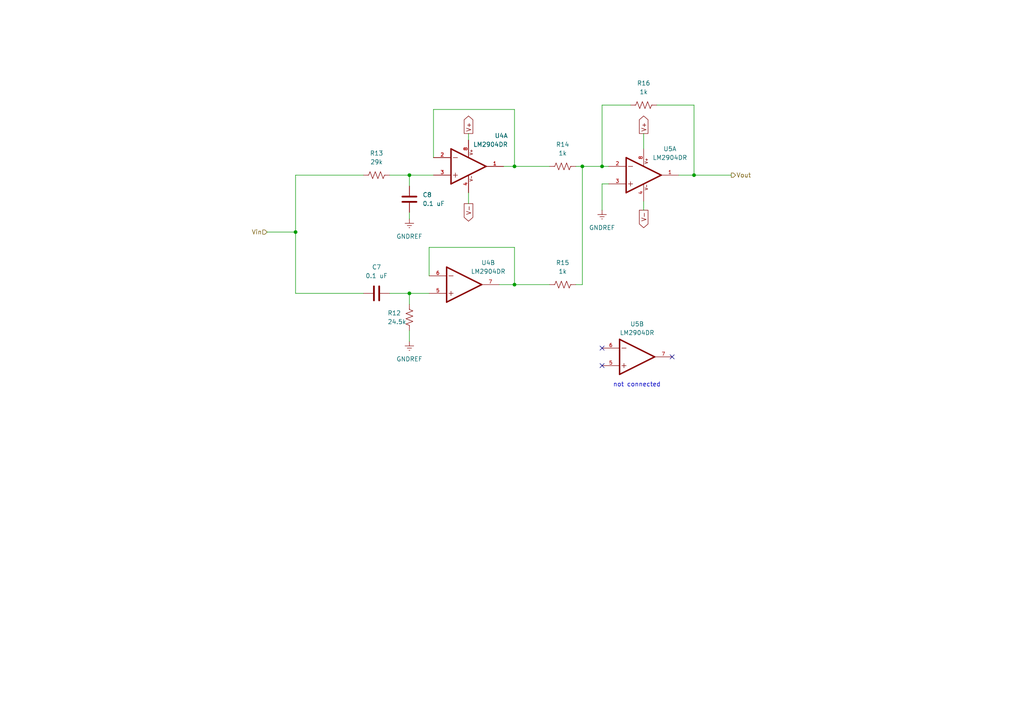
<source format=kicad_sch>
(kicad_sch (version 20230121) (generator eeschema)
  (paper "A4")
  (lib_symbols
    (symbol "Device:C" (pin_numbers hide) (pin_names (offset 0.254))
      (property "Reference" "C" (at 0.635 2.54 0))
      (property "Value" "C" (at 0.635 -2.54 0))
      (symbol "C_0_1"
        (polyline (pts (xy -2.032 -0.762) (xy 2.032 -0.762)) (stroke (width 0.508)))
        (polyline (pts (xy -2.032 0.762) (xy 2.032 0.762)) (stroke (width 0.508)))
      )
      (symbol "C_1_1"
        (pin passive line (at 0 3.81 270) (length 2.794) (name "~") (number "1"))
        (pin passive line (at 0 -3.81 90) (length 2.794) (name "~") (number "2"))
      )
    )
    (symbol "Device:R_US" (pin_numbers hide) (pin_names (offset 0))
      (property "Reference" "R" (at 2.54 0 90))
      (property "Value" "R_US" (at -2.54 0 90))
      (symbol "R_US_0_1"
        (polyline (pts (xy 0 -2.286) (xy 0 -2.54)))
        (polyline (pts (xy 0 2.286) (xy 0 2.54)))
        (polyline (pts (xy 0 -0.762) (xy 1.016 -1.143) (xy 0 -1.524) (xy -1.016 -1.905) (xy 0 -2.286)))
        (polyline (pts (xy 0 0.762) (xy 1.016 0.381) (xy 0 0) (xy -1.016 -0.381) (xy 0 -0.762)))
        (polyline (pts (xy 0 2.286) (xy 1.016 1.905) (xy 0 1.524) (xy -1.016 1.143) (xy 0 0.762)))
      )
      (symbol "R_US_1_1"
        (pin passive line (at 0 3.81 270) (length 1.27) (name "~") (number "1"))
        (pin passive line (at 0 -3.81 90) (length 1.27) (name "~") (number "2"))
      )
    )
    (symbol "Digikey2:LM2904DR" (pin_names (offset 1.016))
      (property "Reference" "U" (at 2.54 3.175 0))
      (property "Value" "LM2904DR" (at 2.54 -5.08 0))
      (symbol "LM2904DR_1_0"
        (polyline (pts (xy -5.08 -5.08) (xy 5.08 0)) (stroke (width 0.4064)))
        (polyline (pts (xy -5.08 5.08) (xy -5.08 -5.08)) (stroke (width 0.4064)))
        (polyline (pts (xy -4.445 -2.54) (xy -3.175 -2.54)) (stroke (width 0.1524)))
        (polyline (pts (xy -4.445 2.54) (xy -3.175 2.54)) (stroke (width 0.1524)))
        (polyline (pts (xy -3.81 -1.905) (xy -3.81 -3.175)) (stroke (width 0.1524)))
        (polyline (pts (xy 5.08 0) (xy -5.08 5.08)) (stroke (width 0.4064)))
        (text "V+" (at 1.27 3.175 900) (effects (font (size 0.8128 0.8128)) (justify left bottom)))
        (text "V-" (at 1.27 -4.445 900) (effects (font (size 0.8128 0.8128)) (justify left bottom)))
        (pin output line (at 10.16 0 180) (length 5.08) (name "~") (number "1"))
        (pin input line (at -10.16 2.54 0) (length 5.08) (name "~") (number "2"))
        (pin input line (at -10.16 -2.54 0) (length 5.08) (name "~") (number "3"))
        (pin power_in line (at 0 -7.62 90) (length 5.08) (name "~") (number "4"))
        (pin power_in line (at 0 7.62 270) (length 5.08) (name "~") (number "8"))
      )
      (symbol "LM2904DR_2_0"
        (polyline (pts (xy -5.08 -5.08) (xy 5.08 0)) (stroke (width 0.4064)))
        (polyline (pts (xy -5.08 5.08) (xy -5.08 -5.08)) (stroke (width 0.4064)))
        (polyline (pts (xy -4.445 -2.54) (xy -3.175 -2.54)) (stroke (width 0.1524)))
        (polyline (pts (xy -4.445 2.54) (xy -3.175 2.54)) (stroke (width 0.1524)))
        (polyline (pts (xy -3.81 -1.905) (xy -3.81 -3.175)) (stroke (width 0.1524)))
        (polyline (pts (xy 5.08 0) (xy -5.08 5.08)) (stroke (width 0.4064)))
        (pin input line (at -10.16 -2.54 0) (length 5.08) (name "~") (number "5"))
        (pin input line (at -10.16 2.54 0) (length 5.08) (name "~") (number "6"))
        (pin output line (at 10.16 0 180) (length 5.08) (name "~") (number "7"))
      )
    )
    (symbol "LM2904DR:LM2904DR" (pin_names (offset 1.016))
      (property "Reference" "U" (at 2.54 3.175 0))
      (property "Value" "LM2904DR" (at 2.54 -5.08 0))
      (symbol "LM2904DR_1_0"
        (polyline (pts (xy -5.08 -5.08) (xy 5.08 0)) (stroke (width 0.4064)))
        (polyline (pts (xy -5.08 5.08) (xy -5.08 -5.08)) (stroke (width 0.4064)))
        (polyline (pts (xy -4.445 -2.54) (xy -3.175 -2.54)) (stroke (width 0.1524)))
        (polyline (pts (xy -4.445 2.54) (xy -3.175 2.54)) (stroke (width 0.1524)))
        (polyline (pts (xy -3.81 -1.905) (xy -3.81 -3.175)) (stroke (width 0.1524)))
        (polyline (pts (xy 5.08 0) (xy -5.08 5.08)) (stroke (width 0.4064)))
        (text "V+" (at 1.27 3.175 900) (effects (font (size 0.8128 0.8128)) (justify left bottom)))
        (text "V-" (at 1.27 -4.445 900) (effects (font (size 0.8128 0.8128)) (justify left bottom)))
        (pin output line (at 10.16 0 180) (length 5.08) (name "~") (number "1"))
        (pin input line (at -10.16 2.54 0) (length 5.08) (name "~") (number "2"))
        (pin input line (at -10.16 -2.54 0) (length 5.08) (name "~") (number "3"))
        (pin power_in line (at 0 -7.62 90) (length 5.08) (name "~") (number "4"))
        (pin power_in line (at 0 7.62 270) (length 5.08) (name "~") (number "8"))
      )
      (symbol "LM2904DR_2_0"
        (polyline (pts (xy -5.08 -5.08) (xy 5.08 0)) (stroke (width 0.4064)))
        (polyline (pts (xy -5.08 5.08) (xy -5.08 -5.08)) (stroke (width 0.4064)))
        (polyline (pts (xy -4.445 -2.54) (xy -3.175 -2.54)) (stroke (width 0.1524)))
        (polyline (pts (xy -4.445 2.54) (xy -3.175 2.54)) (stroke (width 0.1524)))
        (polyline (pts (xy -3.81 -1.905) (xy -3.81 -3.175)) (stroke (width 0.1524)))
        (polyline (pts (xy 5.08 0) (xy -5.08 5.08)) (stroke (width 0.4064)))
        (pin input line (at -10.16 -2.54 0) (length 5.08) (name "~") (number "5"))
        (pin input line (at -10.16 2.54 0) (length 5.08) (name "~") (number "6"))
        (pin output line (at 10.16 0 180) (length 5.08) (name "~") (number "7"))
      )
    )
    (symbol "power:GNDREF" (power) (pin_names (offset 0))
      (property "Value" "GNDREF" (at 0 -3.81 0))
      (symbol "GNDREF_0_1"
        (polyline (pts (xy -0.635 -1.905) (xy 0.635 -1.905)))
        (polyline (pts (xy -0.127 -2.54) (xy 0.127 -2.54)))
        (polyline (pts (xy 0 -1.27) (xy 0 0)))
        (polyline (pts (xy 1.27 -1.27) (xy -1.27 -1.27)))
      )
      (symbol "GNDREF_1_1"
        (pin power_in line (at 0 0 270) (length 0) hide (name "GNDREF") (number "1"))
      )
    )
  )
  (junction (at 118.745 50.8))
  (junction (at 168.91 48.26))
  (junction (at 149.225 82.55))
  (junction (at 85.725 67.31))
  (junction (at 174.625 48.26))
  (junction (at 149.225 48.26))
  (junction (at 201.295 50.8))
  (junction (at 118.745 85.09))
  (no_connect (at 174.625 100.965))
  (no_connect (at 174.625 106.045))
  (no_connect (at 194.945 103.505))
  (wire (pts (xy 196.85 50.8) (xy 201.295 50.8)))
  (wire (pts (xy 85.725 85.09) (xy 85.725 67.31)))
  (wire (pts (xy 105.41 85.09) (xy 85.725 85.09)))
  (wire (pts (xy 135.89 55.88) (xy 135.89 59.055)))
  (wire (pts (xy 149.225 48.26) (xy 146.05 48.26)))
  (wire (pts (xy 118.745 95.885) (xy 118.745 99.06)))
  (wire (pts (xy 118.745 85.09) (xy 118.745 88.265)))
  (wire (pts (xy 174.625 53.34) (xy 176.53 53.34)))
  (wire (pts (xy 118.745 85.09) (xy 124.46 85.09)))
  (wire (pts (xy 149.225 48.26) (xy 159.385 48.26)))
  (wire (pts (xy 85.725 50.8) (xy 105.41 50.8)))
  (wire (pts (xy 149.225 31.75) (xy 125.73 31.75)))
  (wire (pts (xy 85.725 67.31) (xy 85.725 50.8)))
  (wire (pts (xy 186.69 58.42) (xy 186.69 60.96)))
  (wire (pts (xy 168.91 48.26) (xy 174.625 48.26)))
  (wire (pts (xy 149.225 82.55) (xy 149.225 71.755)))
  (wire (pts (xy 118.745 61.595) (xy 118.745 63.5)))
  (wire (pts (xy 149.225 82.55) (xy 159.385 82.55)))
  (wire (pts (xy 168.91 82.55) (xy 168.91 48.26)))
  (wire (pts (xy 182.88 30.48) (xy 174.625 30.48)))
  (wire (pts (xy 201.295 30.48) (xy 201.295 50.8)))
  (wire (pts (xy 135.89 38.735) (xy 135.89 40.64)))
  (wire (pts (xy 186.69 38.735) (xy 186.69 43.18)))
  (wire (pts (xy 174.625 48.26) (xy 176.53 48.26)))
  (wire (pts (xy 149.225 71.755) (xy 124.46 71.755)))
  (wire (pts (xy 125.73 31.75) (xy 125.73 45.72)))
  (wire (pts (xy 118.745 50.8) (xy 118.745 53.975)))
  (wire (pts (xy 124.46 71.755) (xy 124.46 80.01)))
  (wire (pts (xy 149.225 48.26) (xy 149.225 31.75)))
  (wire (pts (xy 77.47 67.31) (xy 85.725 67.31)))
  (wire (pts (xy 167.005 82.55) (xy 168.91 82.55)))
  (wire (pts (xy 144.78 82.55) (xy 149.225 82.55)))
  (wire (pts (xy 167.005 48.26) (xy 168.91 48.26)))
  (wire (pts (xy 125.73 50.8) (xy 118.745 50.8)))
  (wire (pts (xy 174.625 60.96) (xy 174.625 53.34)))
  (wire (pts (xy 201.295 50.8) (xy 212.09 50.8)))
  (wire (pts (xy 118.745 50.8) (xy 113.03 50.8)))
  (wire (pts (xy 190.5 30.48) (xy 201.295 30.48)))
  (wire (pts (xy 113.03 85.09) (xy 118.745 85.09)))
  (wire (pts (xy 174.625 30.48) (xy 174.625 48.26)))
  (text "not connected\n" (at 177.8 112.395 0) (effects (font (size 1.27 1.27)) (justify left bottom)))
  (global_label "V+" (shape output) (at 135.89 38.735 90) (property "Intersheetrefs" "${INTERSHEET_REFS}" (effects hide)))
  (global_label "V-" (shape output) (at 186.69 60.96 270) (property "Intersheetrefs" "${INTERSHEET_REFS}" (effects hide)))
  (global_label "V+" (shape output) (at 186.69 38.735 90) (property "Intersheetrefs" "${INTERSHEET_REFS}" (effects hide)))
  (global_label "V-" (shape output) (at 135.89 59.055 270) (property "Intersheetrefs" "${INTERSHEET_REFS}" (effects hide)))
  (hierarchical_label "Vout" (shape output) (at 212.09 50.8 0))
  (hierarchical_label "Vin" (shape input) (at 77.47 67.31 180))
  (symbol (lib_id "Digikey2:LM2904DR") (at 135.89 48.26 0) (unit 1)
    (property "Reference" "U4" (at 147.32 39.37 0) (effects (justify right)))
    (property "Value" "LM2904DR" (at 147.32 41.91 0) (effects (justify right)))
    (property "Footprint" "LM2904DR:SOIC127P599X175-8N" (effects hide))
    (property "PARTREV" "U" (effects hide))
    (property "STANDARD" "IPC-7351B" (effects hide))
    (property "MAXIMUM_PACKAGE_HEIGHT" "1.75mm" (effects hide))
    (property "MANUFACTURER" "Texas Instruments" (effects hide))
  )
  (symbol (lib_id "power:GNDREF") (at 174.625 60.96 0) (unit 1)
    (property "Reference" "#PWR04" (effects hide))
    (property "Value" "GNDREF" (at 174.625 66.04 0))
  )
  (symbol (lib_id "Device:R_US") (at 163.195 82.55 90) (unit 1)
    (property "Reference" "R15" (at 163.195 76.2 90))
    (property "Value" "1k" (at 163.195 78.74 90))
  )
  (symbol (lib_id "Device:R_US") (at 118.745 92.075 0) (unit 1)
    (property "Reference" "R12" (at 112.395 90.805 0) (effects (justify left)))
    (property "Value" "24.5k" (at 112.395 93.345 0) (effects (justify left)))
  )
  (symbol (lib_id "LM2904DR:LM2904DR") (at 184.785 103.505 0) (unit 2)
    (property "Reference" "U5" (at 184.785 93.98 0))
    (property "Value" "LM2904DR" (at 184.785 96.52 0))
    (property "Footprint" "LM2904DR:SOIC127P599X175-8N" (effects hide))
    (property "PARTREV" "U" (effects hide))
    (property "STANDARD" "IPC-7351B" (effects hide))
    (property "MAXIMUM_PACKAGE_HEIGHT" "1.75mm" (effects hide))
    (property "MANUFACTURER" "Texas Instruments" (effects hide))
  )
  (symbol (lib_id "Device:C") (at 118.745 57.785 0) (unit 1)
    (property "Reference" "C8" (at 122.555 56.515 0) (effects (justify left)))
    (property "Value" "0.1 uF" (at 122.555 59.055 0) (effects (justify left)))
  )
  (symbol (lib_id "power:GNDREF") (at 118.745 99.06 0) (unit 1)
    (property "Reference" "#PWR02" (effects hide))
    (property "Value" "GNDREF" (at 118.745 104.14 0))
  )
  (symbol (lib_id "Device:R_US") (at 186.69 30.48 90) (unit 1)
    (property "Reference" "R16" (at 186.69 24.13 90))
    (property "Value" "1k" (at 186.69 26.67 90))
  )
  (symbol (lib_id "LM2904DR:LM2904DR") (at 186.69 50.8 0) (unit 1)
    (property "Reference" "U5" (at 194.31 43.18 0))
    (property "Value" "LM2904DR" (at 194.31 45.72 0))
    (property "Footprint" "LM2904DR:SOIC127P599X175-8N" (effects hide))
    (property "PARTREV" "U" (effects hide))
    (property "STANDARD" "IPC-7351B" (effects hide))
    (property "MAXIMUM_PACKAGE_HEIGHT" "1.75mm" (effects hide))
    (property "MANUFACTURER" "Texas Instruments" (effects hide))
  )
  (symbol (lib_id "Device:R_US") (at 109.22 50.8 270) (unit 1)
    (property "Reference" "R13" (at 109.22 44.45 90))
    (property "Value" "29k" (at 109.22 46.99 90))
  )
  (symbol (lib_id "Device:R_US") (at 163.195 48.26 90) (unit 1)
    (property "Reference" "R14" (at 163.195 41.91 90))
    (property "Value" "1k" (at 163.195 44.45 90))
  )
  (symbol (lib_id "Digikey2:LM2904DR") (at 134.62 82.55 0) (unit 2)
    (property "Reference" "U4" (at 141.605 76.2 0))
    (property "Value" "LM2904DR" (at 141.605 78.74 0))
    (property "Footprint" "LM2904DR:SOIC127P599X175-8N" (effects hide))
    (property "PARTREV" "U" (effects hide))
    (property "STANDARD" "IPC-7351B" (effects hide))
    (property "MAXIMUM_PACKAGE_HEIGHT" "1.75mm" (effects hide))
    (property "MANUFACTURER" "Texas Instruments" (effects hide))
  )
  (symbol (lib_id "power:GNDREF") (at 118.745 63.5 0) (unit 1)
    (property "Reference" "#PWR03" (effects hide))
    (property "Value" "GNDREF" (at 118.745 68.58 0))
  )
  (symbol (lib_id "Device:C") (at 109.22 85.09 90) (unit 1)
    (property "Reference" "C7" (at 109.22 77.47 90))
    (property "Value" "0.1 uF" (at 109.22 80.01 90))
  )
)
</source>
